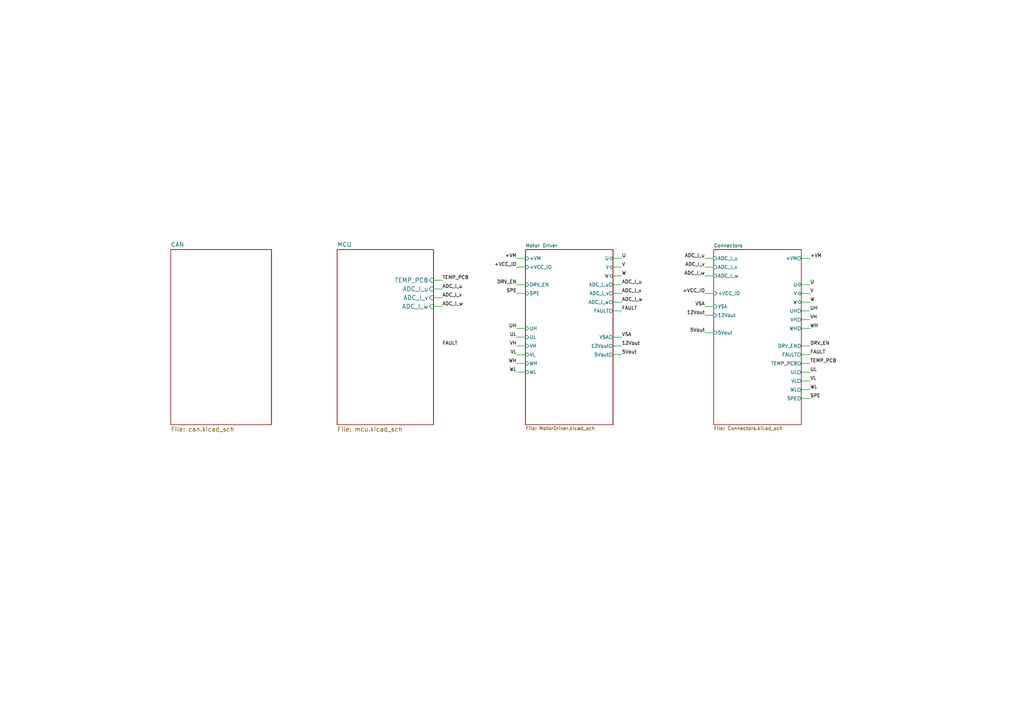
<source format=kicad_sch>
(kicad_sch (version 20211123) (generator eeschema)
  (paper "A4")
  (title_block (title "opm-inline") (date "2021-12-26") (rev "1") (company "Overpowered Mechanisms"))
  (lib_symbols)
  (wire (pts (xy 204.47 80.01) (xy 207.01 80.01)))
  (wire (pts (xy 180.34 87.63) (xy 177.8 87.63)))
  (wire (pts (xy 149.86 107.95) (xy 152.4 107.95)))
  (wire (pts (xy 234.95 74.93) (xy 232.41 74.93)))
  (wire (pts (xy 232.41 102.87) (xy 234.95 102.87)))
  (wire (pts (xy 128.27 88.9) (xy 125.73 88.9)))
  (wire (pts (xy 152.4 74.93) (xy 149.86 74.93)))
  (wire (pts (xy 207.01 88.9) (xy 204.47 88.9)))
  (wire (pts (xy 125.73 83.82) (xy 128.27 83.82)))
  (wire (pts (xy 125.73 86.36) (xy 128.27 86.36)))
  (wire (pts (xy 234.95 87.63) (xy 232.41 87.63)))
  (wire (pts (xy 232.41 115.57) (xy 234.95 115.57)))
  (wire (pts (xy 232.41 82.55) (xy 234.95 82.55)))
  (wire (pts (xy 177.8 80.01) (xy 180.34 80.01)))
  (wire (pts (xy 232.41 90.17) (xy 234.95 90.17)))
  (wire (pts (xy 204.47 85.09) (xy 207.01 85.09)))
  (wire (pts (xy 232.41 107.95) (xy 234.95 107.95)))
  (wire (pts (xy 207.01 74.93) (xy 204.47 74.93)))
  (wire (pts (xy 149.86 95.25) (xy 152.4 95.25)))
  (wire (pts (xy 232.41 92.71) (xy 234.95 92.71)))
  (wire (pts (xy 177.8 90.17) (xy 180.34 90.17)))
  (wire (pts (xy 149.86 105.41) (xy 152.4 105.41)))
  (wire (pts (xy 207.01 77.47) (xy 204.47 77.47)))
  (wire (pts (xy 177.8 102.87) (xy 180.34 102.87)))
  (wire (pts (xy 177.8 100.33) (xy 180.34 100.33)))
  (wire (pts (xy 152.4 100.33) (xy 149.86 100.33)))
  (wire (pts (xy 232.41 95.25) (xy 234.95 95.25)))
  (wire (pts (xy 232.41 85.09) (xy 234.95 85.09)))
  (wire (pts (xy 177.8 77.47) (xy 180.34 77.47)))
  (wire (pts (xy 207.01 91.44) (xy 204.47 91.44)))
  (wire (pts (xy 177.8 82.55) (xy 180.34 82.55)))
  (wire (pts (xy 177.8 85.09) (xy 180.34 85.09)))
  (wire (pts (xy 149.86 97.79) (xy 152.4 97.79)))
  (wire (pts (xy 177.8 97.79) (xy 180.34 97.79)))
  (wire (pts (xy 149.86 85.09) (xy 152.4 85.09)))
  (wire (pts (xy 232.41 105.41) (xy 234.95 105.41)))
  (wire (pts (xy 204.47 96.52) (xy 207.01 96.52)))
  (wire (pts (xy 234.95 100.33) (xy 232.41 100.33)))
  (wire (pts (xy 149.86 77.47) (xy 152.4 77.47)))
  (wire (pts (xy 125.73 81.28) (xy 128.27 81.28)))
  (wire (pts (xy 180.34 74.93) (xy 177.8 74.93)))
  (wire (pts (xy 234.95 113.03) (xy 232.41 113.03)))
  (wire (pts (xy 149.86 102.87) (xy 152.4 102.87)))
  (wire (pts (xy 149.86 82.55) (xy 152.4 82.55)))
  (wire (pts (xy 232.41 110.49) (xy 234.95 110.49)))
  (label "FAULT" (at 180.34 90.17 0) (effects (font (size 0.9906 0.9906))))
  (label "ADC_I_v" (at 204.47 77.47 180) (effects (font (size 0.9906 0.9906))))
  (label "UH" (at 234.95 90.17 0) (effects (font (size 0.9906 0.9906))))
  (label "ADC_I_w" (at 128.27 88.9 0) (effects (font (size 0.9906 0.9906))))
  (label "5Vout" (at 180.34 102.87 0) (effects (font (size 0.9906 0.9906))))
  (label "+VM" (at 234.95 74.93 0) (effects (font (size 0.9906 0.9906))))
  (label "WH" (at 149.86 105.41 180) (effects (font (size 0.9906 0.9906))))
  (label "VL" (at 234.95 110.49 0) (effects (font (size 0.9906 0.9906))))
  (label "+VCC_IO" (at 204.47 85.09 180) (effects (font (size 0.9906 0.9906))))
  (label "U" (at 234.95 82.55 0) (effects (font (size 0.9906 0.9906))))
  (label "WH" (at 234.95 95.25 0) (effects (font (size 0.9906 0.9906))))
  (label "UL" (at 234.95 107.95 0) (effects (font (size 0.9906 0.9906))))
  (label "FAULT" (at 234.95 102.87 0) (effects (font (size 0.9906 0.9906))))
  (label "5Vout" (at 204.47 96.52 180) (effects (font (size 0.9906 0.9906))))
  (label "ADC_I_u" (at 180.34 82.55 0) (effects (font (size 0.9906 0.9906))))
  (label "U" (at 180.34 74.93 0) (effects (font (size 0.9906 0.9906))))
  (label "VSA" (at 180.34 97.79 0) (effects (font (size 0.9906 0.9906))))
  (label "WL" (at 234.95 113.03 0) (effects (font (size 0.9906 0.9906))))
  (label "TEMP_PCB" (at 128.27 81.28 0) (effects (font (size 0.9906 0.9906))))
  (label "DRV_EN" (at 149.86 82.55 180) (effects (font (size 0.9906 0.9906))))
  (label "ADC_I_v" (at 180.34 85.09 0) (effects (font (size 0.9906 0.9906))))
  (label "SPE" (at 234.95 115.57 0) (effects (font (size 0.9906 0.9906))))
  (label "V" (at 180.34 77.47 0) (effects (font (size 0.9906 0.9906))))
  (label "12Vout" (at 204.47 91.44 180) (effects (font (size 0.9906 0.9906))))
  (label "VL" (at 149.86 102.87 180) (effects (font (size 0.9906 0.9906))))
  (label "WL" (at 149.86 107.95 180) (effects (font (size 0.9906 0.9906))))
  (label "W" (at 180.34 80.01 0) (effects (font (size 0.9906 0.9906))))
  (label "UH" (at 149.86 95.25 180) (effects (font (size 0.9906 0.9906))))
  (label "VSA" (at 204.47 88.9 180) (effects (font (size 0.9906 0.9906))))
  (label "V" (at 234.95 85.09 0) (effects (font (size 0.9906 0.9906))))
  (label "+VM" (at 149.86 74.93 180) (effects (font (size 0.9906 0.9906))))
  (label "TEMP_PCB" (at 234.95 105.41 0) (effects (font (size 0.9906 0.9906))))
  (label "FAULT" (at 128.27 100.33 0) (effects (font (size 0.9906 0.9906))))
  (label "+VCC_IO" (at 149.86 77.47 180) (effects (font (size 0.9906 0.9906))))
  (label "ADC_I_w" (at 180.34 87.63 0) (effects (font (size 0.9906 0.9906))))
  (label "ADC_I_w" (at 204.47 80.01 180) (effects (font (size 0.9906 0.9906))))
  (label "ADC_I_v" (at 128.27 86.36 0) (effects (font (size 0.9906 0.9906))))
  (label "VH" (at 149.86 100.33 180) (effects (font (size 0.9906 0.9906))))
  (label "12Vout" (at 180.34 100.33 0) (effects (font (size 0.9906 0.9906))))
  (label "UL" (at 149.86 97.79 180) (effects (font (size 0.9906 0.9906))))
  (label "DRV_EN" (at 234.95 100.33 0) (effects (font (size 0.9906 0.9906))))
  (label "ADC_I_u" (at 128.27 83.82 0) (effects (font (size 0.9906 0.9906))))
  (label "W" (at 234.95 87.63 0) (effects (font (size 0.9906 0.9906))))
  (label "VH" (at 234.95 92.71 0) (effects (font (size 0.9906 0.9906))))
  (label "SPE" (at 149.86 85.09 180) (effects (font (size 0.9906 0.9906))))
  (label "ADC_I_u" (at 204.47 74.93 180) (effects (font (size 0.9906 0.9906))))
  (sheet (at 207.01 72.39) (size 25.4 50.8)
    (property "Sheet name" "Connectors" (at 207.01 71.8181 0) (effects (font (size 0.9906 0.9906)) (justify left bottom)))
    (property "Sheet file" "Connectors.kicad_sch" (at 207.01 123.6628 0) (effects (font (size 0.9906 0.9906)) (justify left top)))
    (pin "+VM" output (at 232.41 74.93 0) (effects (font (size 0.9906 0.9906))))
    (pin "W" bidirectional (at 232.41 87.63 0) (effects (font (size 0.9906 0.9906))))
    (pin "V" bidirectional (at 232.41 85.09 0) (effects (font (size 0.9906 0.9906))))
    (pin "U" bidirectional (at 232.41 82.55 0) (effects (font (size 0.9906 0.9906))))
    (pin "ADC_I_w" input (at 207.01 80.01 180) (effects (font (size 0.9906 0.9906))))
    (pin "UH" output (at 232.41 90.17 0) (effects (font (size 0.9906 0.9906))))
    (pin "VH" output (at 232.41 92.71 0) (effects (font (size 0.9906 0.9906))))
    (pin "WH" output (at 232.41 95.25 0) (effects (font (size 0.9906 0.9906))))
    (pin "DRV_EN" output (at 232.41 100.33 0) (effects (font (size 0.9906 0.9906))))
    (pin "WL" output (at 232.41 113.03 0) (effects (font (size 0.9906 0.9906))))
    (pin "VL" output (at 232.41 110.49 0) (effects (font (size 0.9906 0.9906))))
    (pin "UL" output (at 232.41 107.95 0) (effects (font (size 0.9906 0.9906))))
    (pin "ADC_I_u" input (at 207.01 74.93 180) (effects (font (size 0.9906 0.9906))))
    (pin "SPE" output (at 232.41 115.57 0) (effects (font (size 0.9906 0.9906))))
    (pin "+VCC_IO" input (at 207.01 85.09 180) (effects (font (size 0.9906 0.9906))))
    (pin "VSA" input (at 207.01 88.9 180) (effects (font (size 0.9906 0.9906))))
    (pin "12Vout" input (at 207.01 91.44 180) (effects (font (size 0.9906 0.9906))))
    (pin "5Vout" input (at 207.01 96.52 180) (effects (font (size 0.9906 0.9906))))
    (pin "ADC_I_v" input (at 207.01 77.47 180) (effects (font (size 0.9906 0.9906))))
    (pin "TEMP_PCB" output (at 232.41 105.41 0) (effects (font (size 0.9906 0.9906))))
    (pin "FAULT" output (at 232.41 102.87 0) (effects (font (size 0.9906 0.9906))))
  )
  (sheet (at 152.4 72.39) (size 25.4 50.8)
    (property "Sheet name" "Motor Driver" (at 152.4 71.8181 0) (effects (font (size 0.9906 0.9906)) (justify left bottom)))
    (property "Sheet file" "MotorDriver.kicad_sch" (at 152.4 123.6628 0) (effects (font (size 0.9906 0.9906)) (justify left top)))
    (pin "+VM" input (at 152.4 74.93 180) (effects (font (size 0.9906 0.9906))))
    (pin "ADC_I_u" output (at 177.8 82.55 0) (effects (font (size 0.9906 0.9906))))
    (pin "ADC_I_w" output (at 177.8 87.63 0) (effects (font (size 0.9906 0.9906))))
    (pin "FAULT" output (at 177.8 90.17 0) (effects (font (size 0.9906 0.9906))))
    (pin "DRV_EN" input (at 152.4 82.55 180) (effects (font (size 0.9906 0.9906))))
    (pin "SPE" input (at 152.4 85.09 180) (effects (font (size 0.9906 0.9906))))
    (pin "UH" input (at 152.4 95.25 180) (effects (font (size 0.9906 0.9906))))
    (pin "UL" input (at 152.4 97.79 180) (effects (font (size 0.9906 0.9906))))
    (pin "VH" input (at 152.4 100.33 180) (effects (font (size 0.9906 0.9906))))
    (pin "VL" input (at 152.4 102.87 180) (effects (font (size 0.9906 0.9906))))
    (pin "WH" input (at 152.4 105.41 180) (effects (font (size 0.9906 0.9906))))
    (pin "WL" input (at 152.4 107.95 180) (effects (font (size 0.9906 0.9906))))
    (pin "+VCC_IO" input (at 152.4 77.47 180) (effects (font (size 0.9906 0.9906))))
    (pin "U" bidirectional (at 177.8 74.93 0) (effects (font (size 0.9906 0.9906))))
    (pin "V" bidirectional (at 177.8 77.47 0) (effects (font (size 0.9906 0.9906))))
    (pin "W" bidirectional (at 177.8 80.01 0) (effects (font (size 0.9906 0.9906))))
    (pin "VSA" output (at 177.8 97.79 0) (effects (font (size 0.9906 0.9906))))
    (pin "12Vout" output (at 177.8 100.33 0) (effects (font (size 0.9906 0.9906))))
    (pin "5Vout" output (at 177.8 102.87 0) (effects (font (size 0.9906 0.9906))))
    (pin "ADC_I_v" output (at 177.8 85.09 0) (effects (font (size 0.9906 0.9906))))
  )
  (sheet (at 97.79 72.39) (size 27.94 50.8) (stroke (width 0.1524))
    (property "Sheet name" "MCU" (at 97.79 71.6784 0) (effects (justify left bottom)))
    (property "Sheet file" "mcu.kicad_sch" (at 97.79 123.7746 0) (effects (justify left top)))
    (pin "ADC_I_w" input (at 125.73 88.9 0))
    (pin "ADC_I_v" input (at 125.73 86.36 0))
    (pin "ADC_I_u" input (at 125.73 83.82 0))
    (pin "TEMP_PCB" input (at 125.73 81.28 0))
  )
  (sheet (at 49.53 72.39) (size 29.21 50.8) (stroke (width 0.1524))
    (property "Sheet name" "CAN" (at 49.53 71.6784 0) (effects (justify left bottom)))
    (property "Sheet file" "can.kicad_sch" (at 49.53 123.7746 0) (effects (justify left top)))
  )
)
</source>
